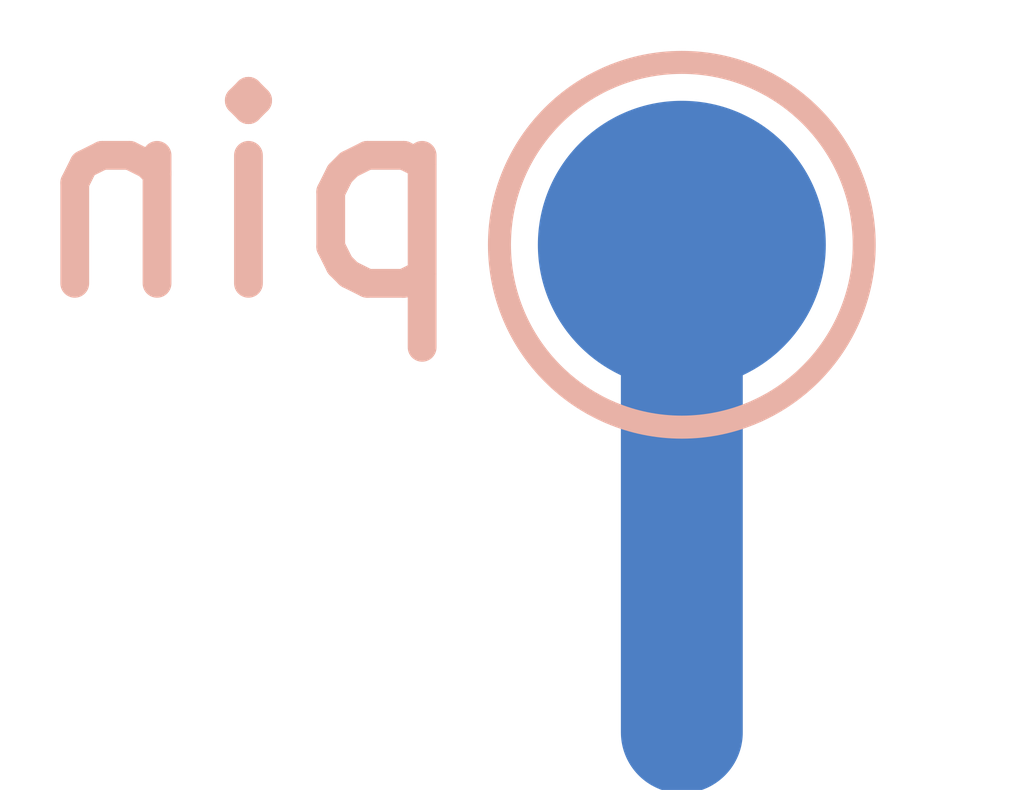
<source format=kicad_pcb>
(kicad_pcb (version 20171130) (host pcbnew "(5.1.9-0-10_14)")

  (general
    (thickness 1.6)
    (drawings 1)
    (tracks 1)
    (zones 0)
    (modules 1)
    (nets 2)
  )

  (page A4)
  (layers
    (0 F.Cu signal)
    (31 B.Cu signal)
    (32 B.Adhes user)
    (33 F.Adhes user)
    (34 B.Paste user)
    (35 F.Paste user)
    (36 B.SilkS user)
    (37 F.SilkS user)
    (38 B.Mask user)
    (39 F.Mask user)
    (40 Dwgs.User user)
    (41 Cmts.User user)
    (42 Eco1.User user)
    (43 Eco2.User user)
    (44 Edge.Cuts user)
    (45 Margin user)
    (46 B.CrtYd user hide)
    (47 F.CrtYd user hide)
    (48 B.Fab user hide)
    (49 F.Fab user hide)
  )

  (setup
    (last_trace_width 0.1524)
    (user_trace_width 0.1524)
    (user_trace_width 0.254)
    (user_trace_width 0.4064)
    (user_trace_width 0.635)
    (trace_clearance 0.1524)
    (zone_clearance 0.508)
    (zone_45_only no)
    (trace_min 0.1524)
    (via_size 0.6858)
    (via_drill 0.3048)
    (via_min_size 0.6858)
    (via_min_drill 0.3048)
    (uvia_size 0.3048)
    (uvia_drill 0.1524)
    (uvias_allowed no)
    (uvia_min_size 0.2)
    (uvia_min_drill 0.1)
    (edge_width 0.15)
    (segment_width 0.15)
    (pcb_text_width 0.3)
    (pcb_text_size 1.5 1.5)
    (mod_edge_width 0.15)
    (mod_text_size 1 1)
    (mod_text_width 0.15)
    (pad_size 1.524 1.524)
    (pad_drill 0.762)
    (pad_to_mask_clearance 0.2)
    (aux_axis_origin 0 0)
    (visible_elements FFFFFF7F)
    (pcbplotparams
      (layerselection 0x010fc_ffffffff)
      (usegerberextensions false)
      (usegerberattributes false)
      (usegerberadvancedattributes false)
      (creategerberjobfile false)
      (excludeedgelayer true)
      (linewidth 0.100000)
      (plotframeref false)
      (viasonmask false)
      (mode 1)
      (useauxorigin false)
      (hpglpennumber 1)
      (hpglpenspeed 20)
      (hpglpendiameter 15.000000)
      (psnegative false)
      (psa4output false)
      (plotreference true)
      (plotvalue true)
      (plotinvisibletext false)
      (padsonsilk false)
      (subtractmaskfromsilk false)
      (outputformat 1)
      (mirror false)
      (drillshape 1)
      (scaleselection 1)
      (outputdirectory ""))
  )

  (net 0 "")
  (net 1 "Net-(Pin0-Pad1)")

  (net_class Default "This is the default net class."
    (clearance 0.1524)
    (trace_width 0.1524)
    (via_dia 0.6858)
    (via_drill 0.3048)
    (uvia_dia 0.3048)
    (uvia_drill 0.1524)
    (diff_pair_width 0.1524)
    (diff_pair_gap 0.1524)
    (add_net "Net-(Pin0-Pad1)")
  )

  (module TestPoint:TestPoint_Pad_D1.5mm (layer B.Cu) (tedit 5A0F774F) (tstamp 60B93B3F)
    (at 1.27 -2.54)
    (descr "SMD pad as test Point, diameter 1.5mm")
    (tags "test point SMD pad")
    (path /60B93C6A)
    (attr virtual)
    (fp_text reference Pin0 (at 0 1.648) (layer B.SilkS) hide
      (effects (font (size 1 1) (thickness 0.15)) (justify mirror))
    )
    (fp_text value TestPoint (at 0 -1.75) (layer B.Fab)
      (effects (font (size 1 1) (thickness 0.15)) (justify mirror))
    )
    (fp_circle (center 0 0) (end 1.25 0) (layer B.CrtYd) (width 0.05))
    (fp_circle (center 0 0) (end 0 -0.95) (layer B.SilkS) (width 0.12))
    (fp_text user %R (at 0 1.65) (layer B.Fab)
      (effects (font (size 1 1) (thickness 0.15)) (justify mirror))
    )
    (pad 1 smd circle (at 0 0) (size 1.5 1.5) (layers B.Cu B.Mask)
      (net 1 "Net-(Pin0-Pad1)"))
  )

  (gr_text pin (at 0.254 -2.794) (layer B.SilkS) (tstamp 60C4C501)
    (effects (font (size 1 1) (thickness 0.15)) (justify left mirror))
  )

  (segment (start 1.27 0) (end 1.27 -2.54) (width 0.635) (layer B.Cu) (net 1))

)

</source>
